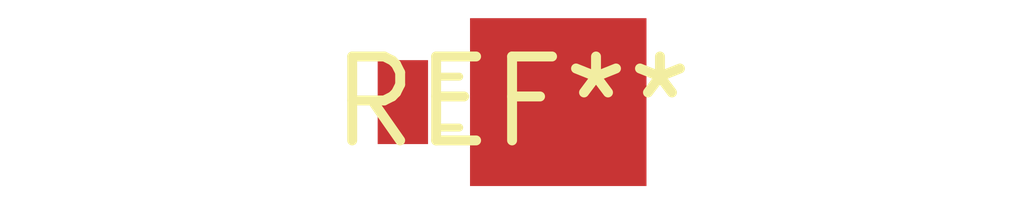
<source format=kicad_pcb>
(kicad_pcb (version 20240108) (generator pcbnew)
  (layers (0 "F.Cu" signal) (31 "B.Cu" signal) (34 "B.Paste" user) (35 "F.Paste" user) (36 "B.SilkS" user "B.Silkscreen") (37 "F.SilkS" user "F.Silkscreen") (38 "B.Mask" user) (39 "F.Mask" user) (44 "Edge.Cuts" user))
  (net 0 "")
  (footprint "D_Powermite_KA" (layer "F.Cu") (at 0 0)
    (property "Reference" "REF**")
    (property "Value" "D_Powermite_KA")
    (fp_line (start -1.1 -0.385) (end -0.8 -0.385) (layer "F.SilkS") (stroke (width 0.12)))
    (fp_line (start -1.1 0.385) (end -0.8 0.385) (layer "F.SilkS") (stroke (width 0.12)))
    (pad "1" smd rect (at -1.6525 0) (size 0.762 1.27) (layers "F.Cu" "F.Paste" "F.Mask"))
    (pad "2" smd rect (at 0.6985 0) (size 2.67 2.54) (layers "F.Cu" "F.Paste" "F.Mask"))
  )
)
</source>
